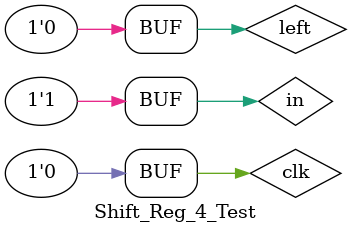
<source format=v>
`timescale 1ns / 1ps


module Shift_Reg_4_Test;

	// Inputs
	reg left;
	reg in;
	reg clk;

	// Outputs
	wire [3:0] q;

	// Instantiate the Unit Under Test (UUT)
	Shift_Reg_4 uut (
		.left(left), 
		.in(in), 
		.clk(clk), 
		.q(q)
	);

	initial begin
		// Initialize Inputs
		left = 1;
		in = 0;
		clk = 1;
		#10;
		clk=0;
		#10;
		in = 0;
		clk = 1;
		#10;
		clk=0;
		#10;
		in = 1;
		clk = 1;
		#10;
		clk=0;
		#10;
		in = 0;
		clk = 1;
		#10;
		clk=0;
		#10;
		in = 1;
		clk = 1;
		#10;
		clk=0;
		#10;
		in = 1;
		clk = 1;
		#10;
		clk=0;
		#10;
		in = 1;
		clk = 1;
		#10;
		clk=0;
		#10;
		in = 1;
		clk = 1;
		#10;
		clk=0;
		#10;
		
		
		left = 0;
		in = 0;
		clk = 1;
		#10;
		clk=0;
		#10;
		in = 0;
		clk = 1;
		#10;
		clk=0;
		#10;
		in = 1;
		clk = 1;
		#10;
		clk=0;
		#10;
		in = 0;
		clk = 1;
		#10;
		clk=0;
		#10;
		in = 1;
		clk = 1;
		#10;
		clk=0;
		#10;
		in = 1;
		clk = 1;
		#10;
		clk=0;
		#10;
		in = 1;
		clk = 1;
		#10;
		clk=0;
		#10;
		in = 1;
		clk = 1;
		#10;
		clk=0;
		#10;








		// Wait 100 ns for global reset to finish
		
        
		// Add stimulus here

	end
      
endmodule


</source>
